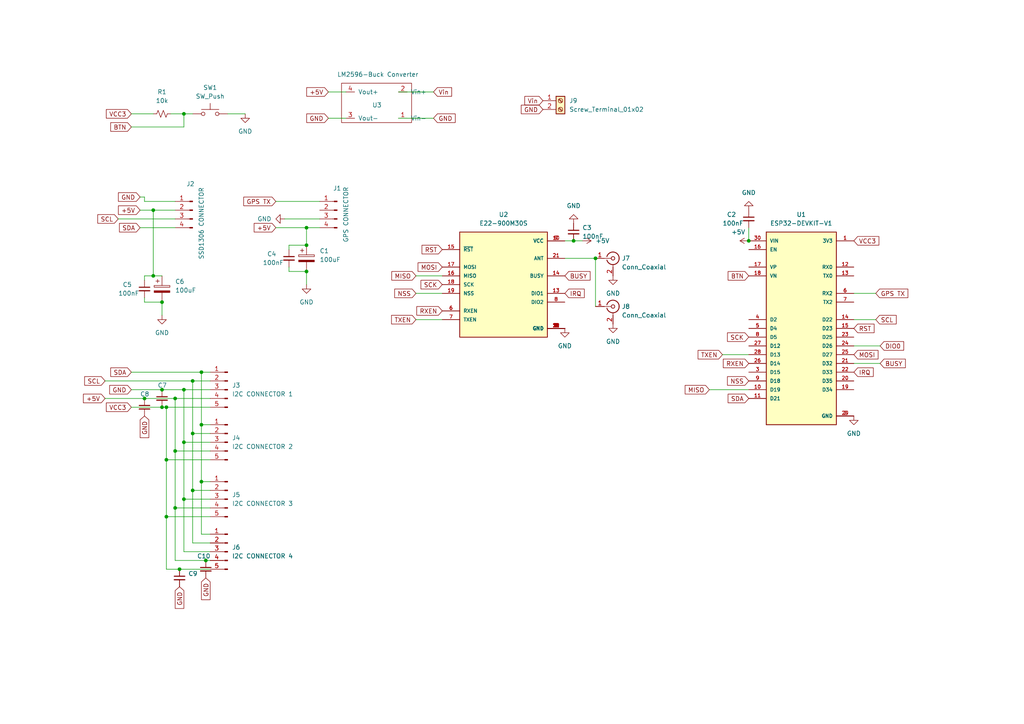
<source format=kicad_sch>
(kicad_sch (version 20230121) (generator eeschema)
  (paper "A4")
  (lib_symbols
    (symbol "Connector:Conn_01x04_Pin" (pin_names (offset 1.016) hide)
      (property "Reference" "J" (at 0 5.08 0))
      (property "Value" "Conn_01x04_Pin" (at 0 -7.62 0))
      (symbol "Conn_01x04_Pin_1_1"
        (polyline (pts (xy 1.27 -5.08) (xy 0.8636 -5.08)) (stroke (width 0.1524)))
        (polyline (pts (xy 1.27 -2.54) (xy 0.8636 -2.54)) (stroke (width 0.1524)))
        (polyline (pts (xy 1.27 0) (xy 0.8636 0)) (stroke (width 0.1524)))
        (polyline (pts (xy 1.27 2.54) (xy 0.8636 2.54)) (stroke (width 0.1524)))
        (rectangle (start 0.8636 -4.953) (end 0 -5.207) (stroke (width 0.1524)) (fill (type outline)))
        (rectangle (start 0.8636 -2.413) (end 0 -2.667) (stroke (width 0.1524)) (fill (type outline)))
        (rectangle (start 0.8636 0.127) (end 0 -0.127) (stroke (width 0.1524)) (fill (type outline)))
        (rectangle (start 0.8636 2.667) (end 0 2.413) (stroke (width 0.1524)) (fill (type outline)))
        (pin passive line (at 5.08 2.54 180) (length 3.81) (name "Pin_1") (number "1"))
        (pin passive line (at 5.08 0 180) (length 3.81) (name "Pin_2") (number "2"))
        (pin passive line (at 5.08 -2.54 180) (length 3.81) (name "Pin_3") (number "3"))
        (pin passive line (at 5.08 -5.08 180) (length 3.81) (name "Pin_4") (number "4"))
      )
    )
    (symbol "Connector:Conn_01x05_Pin" (pin_names (offset 1.016) hide)
      (property "Reference" "J" (at 0 7.62 0))
      (property "Value" "Conn_01x05_Pin" (at 0 -7.62 0))
      (symbol "Conn_01x05_Pin_1_1"
        (polyline (pts (xy 1.27 -5.08) (xy 0.8636 -5.08)) (stroke (width 0.1524)))
        (polyline (pts (xy 1.27 -2.54) (xy 0.8636 -2.54)) (stroke (width 0.1524)))
        (polyline (pts (xy 1.27 0) (xy 0.8636 0)) (stroke (width 0.1524)))
        (polyline (pts (xy 1.27 2.54) (xy 0.8636 2.54)) (stroke (width 0.1524)))
        (polyline (pts (xy 1.27 5.08) (xy 0.8636 5.08)) (stroke (width 0.1524)))
        (rectangle (start 0.8636 -4.953) (end 0 -5.207) (stroke (width 0.1524)) (fill (type outline)))
        (rectangle (start 0.8636 -2.413) (end 0 -2.667) (stroke (width 0.1524)) (fill (type outline)))
        (rectangle (start 0.8636 0.127) (end 0 -0.127) (stroke (width 0.1524)) (fill (type outline)))
        (rectangle (start 0.8636 2.667) (end 0 2.413) (stroke (width 0.1524)) (fill (type outline)))
        (rectangle (start 0.8636 5.207) (end 0 4.953) (stroke (width 0.1524)) (fill (type outline)))
        (pin passive line (at 5.08 5.08 180) (length 3.81) (name "Pin_1") (number "1"))
        (pin passive line (at 5.08 2.54 180) (length 3.81) (name "Pin_2") (number "2"))
        (pin passive line (at 5.08 0 180) (length 3.81) (name "Pin_3") (number "3"))
        (pin passive line (at 5.08 -2.54 180) (length 3.81) (name "Pin_4") (number "4"))
        (pin passive line (at 5.08 -5.08 180) (length 3.81) (name "Pin_5") (number "5"))
      )
    )
    (symbol "Connector:Conn_Coaxial" (pin_names (offset 1.016) hide)
      (property "Reference" "J" (at 0.254 3.048 0))
      (property "Value" "Conn_Coaxial" (at 2.921 0 90))
      (symbol "Conn_Coaxial_0_1"
        (arc (start -1.778 -0.508) (mid 0.2311 -1.8066) (end 1.778 0) (stroke (width 0.254)))
        (polyline (pts (xy -2.54 0) (xy -0.508 0)))
        (polyline (pts (xy 0 -2.54) (xy 0 -1.778)))
        (circle (center 0 0) (radius 0.508) (stroke (width 0.2032)))
        (arc (start 1.778 0) (mid 0.2099 1.8101) (end -1.778 0.508) (stroke (width 0.254)))
      )
      (symbol "Conn_Coaxial_1_1"
        (pin passive line (at -5.08 0 0) (length 2.54) (name "In") (number "1"))
        (pin passive line (at 0 -5.08 90) (length 2.54) (name "Ext") (number "2"))
      )
    )
    (symbol "Connector:Screw_Terminal_01x02" (pin_names (offset 1.016) hide)
      (property "Reference" "J" (at 0 2.54 0))
      (property "Value" "Screw_Terminal_01x02" (at 0 -5.08 0))
      (symbol "Screw_Terminal_01x02_1_1"
        (rectangle (start -1.27 1.27) (end 1.27 -3.81) (stroke (width 0.254)) (fill (type background)))
        (circle (center 0 -2.54) (radius 0.635) (stroke (width 0.1524)))
        (polyline (pts (xy -0.5334 -2.2098) (xy 0.3302 -3.048)) (stroke (width 0.1524)))
        (polyline (pts (xy -0.5334 0.3302) (xy 0.3302 -0.508)) (stroke (width 0.1524)))
        (polyline (pts (xy -0.3556 -2.032) (xy 0.508 -2.8702)) (stroke (width 0.1524)))
        (polyline (pts (xy -0.3556 0.508) (xy 0.508 -0.3302)) (stroke (width 0.1524)))
        (circle (center 0 0) (radius 0.635) (stroke (width 0.1524)))
        (pin passive line (at -5.08 0 0) (length 3.81) (name "Pin_1") (number "1"))
        (pin passive line (at -5.08 -2.54 0) (length 3.81) (name "Pin_2") (number "2"))
      )
    )
    (symbol "Device:C_Polarized" (pin_numbers hide) (pin_names (offset 0.254))
      (property "Reference" "C" (at 0.635 2.54 0))
      (property "Value" "C_Polarized" (at 0.635 -2.54 0))
      (symbol "C_Polarized_0_1"
        (rectangle (start -2.286 0.508) (end 2.286 1.016))
        (polyline (pts (xy -1.778 2.286) (xy -0.762 2.286)))
        (polyline (pts (xy -1.27 2.794) (xy -1.27 1.778)))
        (rectangle (start 2.286 -0.508) (end -2.286 -1.016) (fill (type outline)))
      )
      (symbol "C_Polarized_1_1"
        (pin passive line (at 0 3.81 270) (length 2.794) (name "~") (number "1"))
        (pin passive line (at 0 -3.81 90) (length 2.794) (name "~") (number "2"))
      )
    )
    (symbol "Device:C_Small" (pin_numbers hide) (pin_names (offset 0.254) hide)
      (property "Reference" "C" (at 0.254 1.778 0))
      (property "Value" "C_Small" (at 0.254 -2.032 0))
      (symbol "C_Small_0_1"
        (polyline (pts (xy -1.524 -0.508) (xy 1.524 -0.508)) (stroke (width 0.3302)))
        (polyline (pts (xy -1.524 0.508) (xy 1.524 0.508)) (stroke (width 0.3048)))
      )
      (symbol "C_Small_1_1"
        (pin passive line (at 0 2.54 270) (length 2.032) (name "~") (number "1"))
        (pin passive line (at 0 -2.54 90) (length 2.032) (name "~") (number "2"))
      )
    )
    (symbol "Device:R_Small_US" (pin_numbers hide) (pin_names (offset 0.254) hide)
      (property "Reference" "R" (at 0.762 0.508 0))
      (property "Value" "R_Small_US" (at 0.762 -1.016 0))
      (symbol "R_Small_US_1_1"
        (polyline (pts (xy 0 0) (xy 1.016 -0.381) (xy 0 -0.762) (xy -1.016 -1.143) (xy 0 -1.524)))
        (polyline (pts (xy 0 1.524) (xy 1.016 1.143) (xy 0 0.762) (xy -1.016 0.381) (xy 0 0)))
        (pin passive line (at 0 2.54 270) (length 1.016) (name "~") (number "1"))
        (pin passive line (at 0 -2.54 90) (length 1.016) (name "~") (number "2"))
      )
    )
    (symbol "E22-900M30S:E22-900M30S" (pin_names (offset 1.016))
      (property "Reference" "U" (at -12.7 16.002 0))
      (property "Value" "E22-900M30S" (at -12.7 -17.78 0))
      (symbol "E22-900M30S_0_0"
        (rectangle (start -12.7 -15.24) (end 12.7 15.24) (stroke (width 0.254)) (fill (type background)))
        (pin power_in line (at 17.78 -12.7 180) (length 5.08) (name "GND") (number "1"))
        (pin power_in line (at 17.78 12.7 180) (length 5.08) (name "VCC") (number "10"))
        (pin power_in line (at 17.78 -12.7 180) (length 5.08) (name "GND") (number "11"))
        (pin power_in line (at 17.78 -12.7 180) (length 5.08) (name "GND") (number "12"))
        (pin bidirectional line (at 17.78 -2.54 180) (length 5.08) (name "DIO1") (number "13"))
        (pin output line (at 17.78 2.54 180) (length 5.08) (name "BUSY") (number "14"))
        (pin input line (at -17.78 10.16 0) (length 5.08) (name "~{RST}") (number "15"))
        (pin output line (at -17.78 2.54 0) (length 5.08) (name "MISO") (number "16"))
        (pin input line (at -17.78 5.08 0) (length 5.08) (name "MOSI") (number "17"))
        (pin input line (at -17.78 0 0) (length 5.08) (name "SCK") (number "18"))
        (pin input line (at -17.78 -2.54 0) (length 5.08) (name "NSS") (number "19"))
        (pin power_in line (at 17.78 -12.7 180) (length 5.08) (name "GND") (number "2"))
        (pin power_in line (at 17.78 -12.7 180) (length 5.08) (name "GND") (number "20"))
        (pin output line (at 17.78 7.62 180) (length 5.08) (name "ANT") (number "21"))
        (pin power_in line (at 17.78 -12.7 180) (length 5.08) (name "GND") (number "22"))
        (pin power_in line (at 17.78 -12.7 180) (length 5.08) (name "GND") (number "3"))
        (pin power_in line (at 17.78 -12.7 180) (length 5.08) (name "GND") (number "4"))
        (pin power_in line (at 17.78 -12.7 180) (length 5.08) (name "GND") (number "5"))
        (pin input line (at -17.78 -7.62 0) (length 5.08) (name "RXEN") (number "6"))
        (pin input line (at -17.78 -10.16 0) (length 5.08) (name "TXEN") (number "7"))
        (pin bidirectional line (at 17.78 -5.08 180) (length 5.08) (name "DIO2") (number "8"))
        (pin power_in line (at 17.78 12.7 180) (length 5.08) (name "VCC") (number "9"))
      )
    )
    (symbol "ESP32-DEVKIT-V1:ESP32-DEVKIT-V1" (pin_names (offset 1.016))
      (property "Reference" "U" (at -10.16 30.48 0))
      (property "Value" "ESP32-DEVKIT-V1" (at -10.16 -30.48 0))
      (symbol "ESP32-DEVKIT-V1_0_0"
        (rectangle (start -10.16 -27.94) (end 10.16 27.94) (stroke (width 0.254)) (fill (type background)))
        (pin output line (at 15.24 25.4 180) (length 5.08) (name "3V3") (number "1"))
        (pin bidirectional line (at -15.24 -17.78 0) (length 5.08) (name "D19") (number "10"))
        (pin bidirectional line (at -15.24 -20.32 0) (length 5.08) (name "D21") (number "11"))
        (pin input line (at 15.24 17.78 180) (length 5.08) (name "RX0") (number "12"))
        (pin output line (at 15.24 15.24 180) (length 5.08) (name "TX0") (number "13"))
        (pin bidirectional line (at 15.24 2.54 180) (length 5.08) (name "D22") (number "14"))
        (pin bidirectional line (at 15.24 0 180) (length 5.08) (name "D23") (number "15"))
        (pin input line (at -15.24 22.86 0) (length 5.08) (name "EN") (number "16"))
        (pin bidirectional line (at -15.24 17.78 0) (length 5.08) (name "VP") (number "17"))
        (pin bidirectional line (at -15.24 15.24 0) (length 5.08) (name "VN") (number "18"))
        (pin bidirectional line (at 15.24 -17.78 180) (length 5.08) (name "D34") (number "19"))
        (pin power_in line (at 15.24 -25.4 180) (length 5.08) (name "GND") (number "2"))
        (pin bidirectional line (at 15.24 -15.24 180) (length 5.08) (name "D35") (number "20"))
        (pin bidirectional line (at 15.24 -10.16 180) (length 5.08) (name "D32") (number "21"))
        (pin bidirectional line (at 15.24 -12.7 180) (length 5.08) (name "D33") (number "22"))
        (pin bidirectional line (at 15.24 -2.54 180) (length 5.08) (name "D25") (number "23"))
        (pin bidirectional line (at 15.24 -5.08 180) (length 5.08) (name "D26") (number "24"))
        (pin bidirectional line (at 15.24 -7.62 180) (length 5.08) (name "D27") (number "25"))
        (pin bidirectional line (at -15.24 -10.16 0) (length 5.08) (name "D14") (number "26"))
        (pin bidirectional line (at -15.24 -5.08 0) (length 5.08) (name "D12") (number "27"))
        (pin bidirectional line (at -15.24 -7.62 0) (length 5.08) (name "D13") (number "28"))
        (pin power_in line (at 15.24 -25.4 180) (length 5.08) (name "GND") (number "29"))
        (pin bidirectional line (at -15.24 -12.7 0) (length 5.08) (name "D15") (number "3"))
        (pin input line (at -15.24 25.4 0) (length 5.08) (name "VIN") (number "30"))
        (pin bidirectional line (at -15.24 2.54 0) (length 5.08) (name "D2") (number "4"))
        (pin bidirectional line (at -15.24 0 0) (length 5.08) (name "D4") (number "5"))
        (pin input line (at 15.24 10.16 180) (length 5.08) (name "RX2") (number "6"))
        (pin output line (at 15.24 7.62 180) (length 5.08) (name "TX2") (number "7"))
        (pin bidirectional line (at -15.24 -2.54 0) (length 5.08) (name "D5") (number "8"))
        (pin bidirectional line (at -15.24 -15.24 0) (length 5.08) (name "D18") (number "9"))
      )
    )
    (symbol "Switch:SW_Push" (pin_numbers hide) (pin_names (offset 1.016) hide)
      (property "Reference" "SW" (at 1.27 2.54 0))
      (property "Value" "SW_Push" (at 0 -1.524 0))
      (symbol "SW_Push_0_1"
        (circle (center -2.032 0) (radius 0.508))
        (polyline (pts (xy 0 1.27) (xy 0 3.048)))
        (polyline (pts (xy 2.54 1.27) (xy -2.54 1.27)))
        (circle (center 2.032 0) (radius 0.508))
        (pin passive line (at -5.08 0 0) (length 2.54) (name "1") (number "1"))
        (pin passive line (at 5.08 0 180) (length 2.54) (name "2") (number "2"))
      )
    )
    (symbol "kokatrollwifi-rescue:LM2596-Custom_Library_1" (pin_names (offset 1.016))
      (property "Reference" "U" (at 0 0 0))
      (property "Value" "LM2596-Custom_Library_1" (at 0 0 0))
      (symbol "LM2596-Custom_Library_1_0_1"
        (rectangle (start -8.89 6.35) (end 11.43 -5.08))
      )
      (symbol "LM2596-Custom_Library_1_1_1"
        (pin power_in line (at 7.62 -3.81 0) (length 2.54) (name "Vin-") (number "1"))
        (pin power_in line (at 7.62 3.81 0) (length 2.54) (name "Vin+") (number "2"))
        (pin power_out line (at -7.62 -3.81 0) (length 2.54) (name "Vout-") (number "3"))
        (pin power_out line (at -7.62 3.81 0) (length 2.54) (name "Vout+") (number "4"))
      )
    )
    (symbol "power:+5V" (power) (pin_names (offset 0))
      (property "Value" "+5V" (at 0 3.556 0))
      (symbol "+5V_0_1"
        (polyline (pts (xy -0.762 1.27) (xy 0 2.54)))
        (polyline (pts (xy 0 0) (xy 0 2.54)))
        (polyline (pts (xy 0 2.54) (xy 0.762 1.27)))
      )
      (symbol "+5V_1_1"
        (pin power_in line (at 0 0 90) (length 0) hide (name "+5V") (number "1"))
      )
    )
    (symbol "power:GND" (power) (pin_names (offset 0))
      (property "Value" "GND" (at 0 -3.81 0))
      (symbol "GND_0_1"
        (polyline (pts (xy 0 0) (xy 0 -1.27) (xy 1.27 -1.27) (xy 0 -2.54) (xy -1.27 -1.27) (xy 0 -1.27)))
      )
      (symbol "GND_1_1"
        (pin power_in line (at 0 0 270) (length 0) hide (name "GND") (number "1"))
      )
    )
  )
  (junction (at 58.42 123.19))
  (junction (at 166.37 69.85))
  (junction (at 44.45 80.01))
  (junction (at 46.99 87.63))
  (junction (at 50.8 130.81))
  (junction (at 53.34 144.78))
  (junction (at 59.69 162.56))
  (junction (at 172.72 74.93))
  (junction (at 88.9 78.74))
  (junction (at 55.88 142.24))
  (junction (at 44.45 60.96))
  (junction (at 50.8 147.32))
  (junction (at 46.99 113.03))
  (junction (at 88.9 66.04))
  (junction (at 53.34 113.03))
  (junction (at 55.88 125.73))
  (junction (at 217.17 69.85))
  (junction (at 48.26 133.35))
  (junction (at 58.42 107.95))
  (junction (at 58.42 139.7))
  (junction (at 50.8 115.57))
  (junction (at 55.88 110.49))
  (junction (at 48.26 118.11))
  (junction (at 53.34 128.27))
  (junction (at 46.99 118.11))
  (junction (at 88.9 71.12))
  (junction (at 52.07 165.1))
  (junction (at 48.26 149.86))
  (junction (at 53.34 33.02))
  (junction (at 41.91 115.57))
  (wire (pts (xy 46.99 113.03) (xy 53.34 113.03)))
  (wire (pts (xy 50.8 115.57) (xy 60.96 115.57)))
  (wire (pts (xy 80.01 58.42) (xy 92.71 58.42)))
  (wire (pts (xy 88.9 78.74) (xy 88.9 82.55)))
  (wire (pts (xy 58.42 107.95) (xy 58.42 123.19)))
  (wire (pts (xy 217.17 66.04) (xy 217.17 69.85)))
  (wire (pts (xy 49.53 33.02) (xy 53.34 33.02)))
  (wire (pts (xy 38.1 36.83) (xy 53.34 36.83)))
  (wire (pts (xy 115.57 34.29) (xy 125.73 34.29)))
  (wire (pts (xy 44.45 60.96) (xy 50.8 60.96)))
  (wire (pts (xy 83.82 72.39) (xy 83.82 71.12)))
  (wire (pts (xy 38.1 33.02) (xy 44.45 33.02)))
  (wire (pts (xy 48.26 165.1) (xy 52.07 165.1)))
  (wire (pts (xy 40.64 66.04) (xy 50.8 66.04)))
  (wire (pts (xy 53.34 33.02) (xy 55.88 33.02)))
  (wire (pts (xy 58.42 139.7) (xy 60.96 139.7)))
  (wire (pts (xy 46.99 118.11) (xy 48.26 118.11)))
  (wire (pts (xy 41.91 86.36) (xy 41.91 87.63)))
  (wire (pts (xy 95.25 34.29) (xy 100.33 34.29)))
  (wire (pts (xy 41.91 81.28) (xy 41.91 80.01)))
  (wire (pts (xy 48.26 133.35) (xy 48.26 149.86)))
  (wire (pts (xy 52.07 165.1) (xy 60.96 165.1)))
  (wire (pts (xy 48.26 133.35) (xy 60.96 133.35)))
  (wire (pts (xy 30.48 115.57) (xy 41.91 115.57)))
  (wire (pts (xy 58.42 123.19) (xy 60.96 123.19)))
  (wire (pts (xy 46.99 87.63) (xy 46.99 91.44)))
  (wire (pts (xy 163.83 74.93) (xy 172.72 74.93)))
  (wire (pts (xy 172.72 74.93) (xy 172.72 88.9)))
  (wire (pts (xy 205.74 113.03) (xy 217.17 113.03)))
  (wire (pts (xy 166.37 69.85) (xy 163.83 69.85)))
  (wire (pts (xy 115.57 26.67) (xy 125.73 26.67)))
  (wire (pts (xy 88.9 66.04) (xy 92.71 66.04)))
  (wire (pts (xy 50.8 162.56) (xy 59.69 162.56)))
  (wire (pts (xy 53.34 144.78) (xy 53.34 160.02)))
  (wire (pts (xy 83.82 71.12) (xy 88.9 71.12)))
  (wire (pts (xy 50.8 147.32) (xy 50.8 162.56)))
  (wire (pts (xy 58.42 107.95) (xy 60.96 107.95)))
  (wire (pts (xy 41.91 57.15) (xy 40.64 57.15)))
  (wire (pts (xy 255.27 105.41) (xy 247.65 105.41)))
  (wire (pts (xy 55.88 110.49) (xy 60.96 110.49)))
  (wire (pts (xy 48.26 118.11) (xy 48.26 133.35)))
  (wire (pts (xy 53.34 128.27) (xy 53.34 144.78)))
  (wire (pts (xy 55.88 125.73) (xy 60.96 125.73)))
  (wire (pts (xy 209.55 102.87) (xy 217.17 102.87)))
  (wire (pts (xy 44.45 60.96) (xy 44.45 80.01)))
  (wire (pts (xy 120.65 85.09) (xy 128.27 85.09)))
  (wire (pts (xy 50.8 147.32) (xy 60.96 147.32)))
  (wire (pts (xy 38.1 118.11) (xy 46.99 118.11)))
  (wire (pts (xy 48.26 118.11) (xy 60.96 118.11)))
  (wire (pts (xy 55.88 125.73) (xy 55.88 142.24)))
  (wire (pts (xy 58.42 154.94) (xy 60.96 154.94)))
  (wire (pts (xy 95.25 26.67) (xy 100.33 26.67)))
  (wire (pts (xy 168.91 69.85) (xy 166.37 69.85)))
  (wire (pts (xy 38.1 113.03) (xy 46.99 113.03)))
  (wire (pts (xy 59.69 162.56) (xy 60.96 162.56)))
  (wire (pts (xy 88.9 66.04) (xy 88.9 71.12)))
  (wire (pts (xy 38.1 107.95) (xy 58.42 107.95)))
  (wire (pts (xy 66.04 33.02) (xy 71.12 33.02)))
  (wire (pts (xy 34.29 63.5) (xy 50.8 63.5)))
  (wire (pts (xy 83.82 77.47) (xy 83.82 78.74)))
  (wire (pts (xy 48.26 149.86) (xy 48.26 165.1)))
  (wire (pts (xy 41.91 115.57) (xy 50.8 115.57)))
  (wire (pts (xy 53.34 160.02) (xy 60.96 160.02)))
  (wire (pts (xy 53.34 144.78) (xy 60.96 144.78)))
  (wire (pts (xy 120.65 80.01) (xy 128.27 80.01)))
  (wire (pts (xy 58.42 123.19) (xy 58.42 139.7)))
  (wire (pts (xy 55.88 142.24) (xy 55.88 157.48)))
  (wire (pts (xy 58.42 139.7) (xy 58.42 154.94)))
  (wire (pts (xy 41.91 58.42) (xy 41.91 57.15)))
  (wire (pts (xy 82.55 63.5) (xy 92.71 63.5)))
  (wire (pts (xy 255.27 100.33) (xy 247.65 100.33)))
  (wire (pts (xy 30.48 110.49) (xy 55.88 110.49)))
  (wire (pts (xy 50.8 58.42) (xy 41.91 58.42)))
  (wire (pts (xy 40.64 60.96) (xy 44.45 60.96)))
  (wire (pts (xy 83.82 78.74) (xy 88.9 78.74)))
  (wire (pts (xy 44.45 80.01) (xy 46.99 80.01)))
  (wire (pts (xy 55.88 142.24) (xy 60.96 142.24)))
  (wire (pts (xy 53.34 128.27) (xy 60.96 128.27)))
  (wire (pts (xy 80.01 66.04) (xy 88.9 66.04)))
  (wire (pts (xy 247.65 85.09) (xy 254 85.09)))
  (wire (pts (xy 48.26 149.86) (xy 60.96 149.86)))
  (wire (pts (xy 53.34 36.83) (xy 53.34 33.02)))
  (wire (pts (xy 41.91 80.01) (xy 44.45 80.01)))
  (wire (pts (xy 55.88 157.48) (xy 60.96 157.48)))
  (wire (pts (xy 50.8 115.57) (xy 50.8 130.81)))
  (wire (pts (xy 53.34 113.03) (xy 53.34 128.27)))
  (wire (pts (xy 41.91 87.63) (xy 46.99 87.63)))
  (wire (pts (xy 50.8 130.81) (xy 60.96 130.81)))
  (wire (pts (xy 120.65 92.71) (xy 128.27 92.71)))
  (wire (pts (xy 50.8 130.81) (xy 50.8 147.32)))
  (wire (pts (xy 55.88 110.49) (xy 55.88 125.73)))
  (wire (pts (xy 247.65 92.71) (xy 254 92.71)))
  (wire (pts (xy 53.34 113.03) (xy 60.96 113.03)))
  (global_label "MISO" (shape input) (at 120.65 80.01 180) (property "Intersheetrefs" "${INTERSHEET_REFS}" (effects hide)))
  (global_label "BTN" (shape input) (at 217.17 80.01 180) (property "Intersheetrefs" "${INTERSHEET_REFS}" (effects hide)))
  (global_label "MISO" (shape input) (at 205.74 113.03 180) (property "Intersheetrefs" "${INTERSHEET_REFS}" (effects hide)))
  (global_label "GND" (shape input) (at 38.1 113.03 180) (property "Intersheetrefs" "${INTERSHEET_REFS}" (effects hide)))
  (global_label "+5V" (shape input) (at 40.64 60.96 180) (property "Intersheetrefs" "${INTERSHEET_REFS}" (effects hide)))
  (global_label "TXEN" (shape input) (at 120.65 92.71 180) (property "Intersheetrefs" "${INTERSHEET_REFS}" (effects hide)))
  (global_label "MOSI" (shape input) (at 247.65 102.87 0) (property "Intersheetrefs" "${INTERSHEET_REFS}" (effects hide)))
  (global_label "BTN" (shape input) (at 38.1 36.83 180) (property "Intersheetrefs" "${INTERSHEET_REFS}" (effects hide)))
  (global_label "GPS TX" (shape input) (at 254 85.09 0) (property "Intersheetrefs" "${INTERSHEET_REFS}" (effects hide)))
  (global_label "NSS" (shape input) (at 217.17 110.49 180) (property "Intersheetrefs" "${INTERSHEET_REFS}" (effects hide)))
  (global_label "Vin" (shape input) (at 125.73 26.67 0) (property "Intersheetrefs" "${INTERSHEET_REFS}" (effects hide)))
  (global_label "SCL" (shape input) (at 30.48 110.49 180) (property "Intersheetrefs" "${INTERSHEET_REFS}" (effects hide)))
  (global_label "RST" (shape input) (at 247.65 95.25 0) (property "Intersheetrefs" "${INTERSHEET_REFS}" (effects hide)))
  (global_label "DIO0" (shape input) (at 255.27 100.33 0) (property "Intersheetrefs" "${INTERSHEET_REFS}" (effects hide)))
  (global_label "IRQ" (shape input) (at 247.65 107.95 0) (property "Intersheetrefs" "${INTERSHEET_REFS}" (effects hide)))
  (global_label "TXEN" (shape input) (at 209.55 102.87 180) (property "Intersheetrefs" "${INTERSHEET_REFS}" (effects hide)))
  (global_label "SDA" (shape input) (at 40.64 66.04 180) (property "Intersheetrefs" "${INTERSHEET_REFS}" (effects hide)))
  (global_label "GND" (shape input) (at 59.69 167.64 270) (property "Intersheetrefs" "${INTERSHEET_REFS}" (effects hide)))
  (global_label "Vin" (shape input) (at 157.48 29.21 180) (property "Intersheetrefs" "${INTERSHEET_REFS}" (effects hide)))
  (global_label "VCC3" (shape input) (at 247.65 69.85 0) (property "Intersheetrefs" "${INTERSHEET_REFS}" (effects hide)))
  (global_label "+5V" (shape input) (at 80.01 66.04 180) (property "Intersheetrefs" "${INTERSHEET_REFS}" (effects hide)))
  (global_label "GPS TX" (shape input) (at 80.01 58.42 180) (property "Intersheetrefs" "${INTERSHEET_REFS}" (effects hide)))
  (global_label "VCC3" (shape input) (at 38.1 33.02 180) (property "Intersheetrefs" "${INTERSHEET_REFS}" (effects hide)))
  (global_label "SCK" (shape input) (at 128.27 82.55 180) (property "Intersheetrefs" "${INTERSHEET_REFS}" (effects hide)))
  (global_label "SDA" (shape input) (at 217.17 115.57 180) (property "Intersheetrefs" "${INTERSHEET_REFS}" (effects hide)))
  (global_label "SCK" (shape input) (at 217.17 97.79 180) (property "Intersheetrefs" "${INTERSHEET_REFS}" (effects hide)))
  (global_label "SCL" (shape input) (at 254 92.71 0) (property "Intersheetrefs" "${INTERSHEET_REFS}" (effects hide)))
  (global_label "RXEN" (shape input) (at 128.27 90.17 180) (property "Intersheetrefs" "${INTERSHEET_REFS}" (effects hide)))
  (global_label "GND" (shape input) (at 157.48 31.75 180) (property "Intersheetrefs" "${INTERSHEET_REFS}" (effects hide)))
  (global_label "BUSY" (shape input) (at 255.27 105.41 0) (property "Intersheetrefs" "${INTERSHEET_REFS}" (effects hide)))
  (global_label "GND" (shape input) (at 40.64 57.15 180) (property "Intersheetrefs" "${INTERSHEET_REFS}" (effects hide)))
  (global_label "RST" (shape input) (at 128.27 72.39 180) (property "Intersheetrefs" "${INTERSHEET_REFS}" (effects hide)))
  (global_label "SCL" (shape input) (at 34.29 63.5 180) (property "Intersheetrefs" "${INTERSHEET_REFS}" (effects hide)))
  (global_label "IRQ" (shape input) (at 163.83 85.09 0) (property "Intersheetrefs" "${INTERSHEET_REFS}" (effects hide)))
  (global_label "+5V" (shape input) (at 30.48 115.57 180) (property "Intersheetrefs" "${INTERSHEET_REFS}" (effects hide)))
  (global_label "GND" (shape input) (at 95.25 34.29 180) (property "Intersheetrefs" "${INTERSHEET_REFS}" (effects hide)))
  (global_label "BUSY" (shape input) (at 163.83 80.01 0) (property "Intersheetrefs" "${INTERSHEET_REFS}" (effects hide)))
  (global_label "VCC3" (shape input) (at 38.1 118.11 180) (property "Intersheetrefs" "${INTERSHEET_REFS}" (effects hide)))
  (global_label "NSS" (shape input) (at 120.65 85.09 180) (property "Intersheetrefs" "${INTERSHEET_REFS}" (effects hide)))
  (global_label "+5V" (shape input) (at 95.25 26.67 180) (property "Intersheetrefs" "${INTERSHEET_REFS}" (effects hide)))
  (global_label "GND" (shape input) (at 41.91 120.65 270) (property "Intersheetrefs" "${INTERSHEET_REFS}" (effects hide)))
  (global_label "SDA" (shape input) (at 38.1 107.95 180) (property "Intersheetrefs" "${INTERSHEET_REFS}" (effects hide)))
  (global_label "GND" (shape input) (at 125.73 34.29 0) (property "Intersheetrefs" "${INTERSHEET_REFS}" (effects hide)))
  (global_label "MOSI" (shape input) (at 128.27 77.47 180) (property "Intersheetrefs" "${INTERSHEET_REFS}" (effects hide)))
  (global_label "RXEN" (shape input) (at 217.17 105.41 180) (property "Intersheetrefs" "${INTERSHEET_REFS}" (effects hide)))
  (global_label "GND" (shape input) (at 52.07 170.18 270) (property "Intersheetrefs" "${INTERSHEET_REFS}" (effects hide)))
  (symbol (lib_id "Connector:Conn_01x05_Pin") (at 66.04 128.27 0) (mirror y) (unit 1)
    (property "Reference" "J4" (at 67.31 127 0) (effects (justify right)))
    (property "Value" "I2C CONNECTOR 2" (at 67.31 129.54 0) (effects (justify right)))
    (property "Footprint" "Connector_PinHeader_2.54mm:PinHeader_1x05_P2.54mm_Vertical" (effects hide))
  )
  (symbol (lib_id "Connector:Conn_01x04_Pin") (at 97.79 60.96 0) (mirror y) (unit 1)
    (property "Reference" "J1" (at 97.79 54.61 0))
    (property "Value" "GPS CONNECTOR" (at 100.33 62.23 90))
    (property "Footprint" "Connector_PinHeader_2.54mm:PinHeader_1x04_P2.54mm_Vertical" (effects hide))
  )
  (symbol (lib_id "Device:C_Small") (at 59.69 165.1 0) (unit 1)
    (property "Reference" "C10" (at 57.15 161.29 0) (effects (justify left)))
    (property "Value" "C_Small" (effects hide))
    (property "Footprint" "Resistor_SMD:R_1206_3216Metric_Pad1.30x1.75mm_HandSolder" (effects hide))
  )
  (symbol (lib_id "power:+5V") (at 168.91 69.85 270) (unit 1)
    (property "Reference" "#PWR02" (effects hide))
    (property "Value" "+5V" (at 172.72 69.85 90) (effects (justify left)))
  )
  (symbol (lib_id "Device:R_Small_US") (at 46.99 33.02 270) (unit 1)
    (property "Reference" "R1" (at 46.99 26.67 90))
    (property "Value" "10k" (at 46.99 29.21 90))
    (property "Footprint" "Resistor_SMD:R_1206_3216Metric_Pad1.30x1.75mm_HandSolder" (effects hide))
  )
  (symbol (lib_id "Connector:Conn_01x05_Pin") (at 66.04 144.78 0) (mirror y) (unit 1)
    (property "Reference" "J5" (at 67.31 143.51 0) (effects (justify right)))
    (property "Value" "I2C CONNECTOR 3" (at 67.31 146.05 0) (effects (justify right)))
    (property "Footprint" "Connector_PinHeader_2.54mm:PinHeader_1x05_P2.54mm_Vertical" (effects hide))
  )
  (symbol (lib_id "Device:C_Small") (at 217.17 63.5 0) (unit 1)
    (property "Reference" "C2" (at 210.82 62.23 0) (effects (justify left)))
    (property "Value" "100nF" (at 209.55 64.77 0) (effects (justify left)))
    (property "Footprint" "Resistor_SMD:R_1206_3216Metric_Pad1.30x1.75mm_HandSolder" (effects hide))
  )
  (symbol (lib_id "power:+5V") (at 217.17 69.85 90) (unit 1)
    (property "Reference" "#PWR04" (effects hide))
    (property "Value" "+5V" (at 212.09 67.31 90) (effects (justify right)))
  )
  (symbol (lib_id "Connector:Conn_01x05_Pin") (at 66.04 113.03 0) (mirror y) (unit 1)
    (property "Reference" "J3" (at 67.31 111.76 0) (effects (justify right)))
    (property "Value" "I2C CONNECTOR 1" (at 67.31 114.3 0) (effects (justify right)))
    (property "Footprint" "Connector_PinHeader_2.54mm:PinHeader_1x05_P2.54mm_Vertical" (effects hide))
  )
  (symbol (lib_id "Device:C_Polarized") (at 46.99 83.82 0) (unit 1)
    (property "Reference" "C6" (at 50.8 81.661 0) (effects (justify left)))
    (property "Value" "100uF" (at 50.8 84.201 0) (effects (justify left)))
    (property "Footprint" "Capacitor_SMD:CP_Elec_6.3x7.7" (effects hide))
  )
  (symbol (lib_id "Connector:Conn_01x05_Pin") (at 66.04 160.02 0) (mirror y) (unit 1)
    (property "Reference" "J6" (at 67.31 158.75 0) (effects (justify right)))
    (property "Value" "I2C CONNECTOR 4" (at 67.31 161.29 0) (effects (justify right)))
    (property "Footprint" "Connector_PinHeader_2.54mm:PinHeader_1x05_P2.54mm_Vertical" (effects hide))
  )
  (symbol (lib_id "power:GND") (at 163.83 95.25 0) (unit 1)
    (property "Reference" "#PWR01" (effects hide))
    (property "Value" "GND" (at 163.83 100.33 0))
  )
  (symbol (lib_id "power:GND") (at 177.8 93.98 0) (unit 1)
    (property "Reference" "#PWR013" (effects hide))
    (property "Value" "GND" (at 177.8 99.06 0))
  )
  (symbol (lib_id "power:GND") (at 217.17 60.96 0) (mirror x) (unit 1)
    (property "Reference" "#PWR06" (effects hide))
    (property "Value" "GND" (at 217.17 55.88 0))
  )
  (symbol (lib_id "kokatrollwifi-rescue:LM2596-Custom_Library_1") (at 107.95 30.48 0) (unit 1)
    (property "Reference" "U3" (at 107.95 30.48 0) (effects (justify left)))
    (property "Value" "LM2596-Buck Converter" (at 97.79 21.59 0) (effects (justify left)))
    (property "Footprint" "kokatrollwifi-backups:LM2596_HW_411" (effects hide))
  )
  (symbol (lib_id "power:GND") (at 88.9 82.55 0) (unit 1)
    (property "Reference" "#PWR08" (effects hide))
    (property "Value" "GND" (at 88.9 87.63 0))
  )
  (symbol (lib_id "power:GND") (at 247.65 120.65 0) (unit 1)
    (property "Reference" "#PWR05" (effects hide))
    (property "Value" "GND" (at 247.65 125.73 0))
  )
  (symbol (lib_id "ESP32-DEVKIT-V1:ESP32-DEVKIT-V1") (at 232.41 95.25 0) (unit 1)
    (property "Reference" "U1" (at 232.41 62.23 0))
    (property "Value" "ESP32-DEVKIT-V1" (at 232.41 64.77 0))
    (property "Footprint" "ESP32-DEVKIT-V1:MODULE_ESP32_DEVKIT_V1" (effects hide))
    (property "MF" "Do it" (effects hide))
    (property "MAXIMUM_PACKAGE_HEIGHT" "6.8 mm" (effects hide))
    (property "Package" "None" (effects hide))
    (property "Price" "None" (effects hide))
    (property "Check_prices" "https://www.snapeda.com/parts/ESP32-DEVKIT-V1/Do+it/view-part/?ref=eda" (effects hide))
    (property "STANDARD" "Manufacturer Recommendations" (effects hide))
    (property "PARTREV" "N/A" (effects hide))
    (property "SnapEDA_Link" "https://www.snapeda.com/parts/ESP32-DEVKIT-V1/Do+it/view-part/?ref=snap" (effects hide))
    (property "MP" "ESP32-DEVKIT-V1" (effects hide))
    (property "Description" "\nDual core, Wi-Fi: 2.4 GHz up to 150 Mbits/s,BLE (Bluetooth Low Energy) and legacy Bluetooth, 32 bits, Up to 240 MHz\n" (effects hide))
    (property "Availability" "Not in stock" (effects hide))
    (property "MANUFACTURER" "DOIT" (effects hide))
  )
  (symbol (lib_id "Device:C_Small") (at 46.99 115.57 0) (unit 1)
    (property "Reference" "C7" (at 45.72 111.76 0) (effects (justify left)))
    (property "Value" "C_Small" (effects hide))
    (property "Footprint" "Resistor_SMD:R_1206_3216Metric_Pad1.30x1.75mm_HandSolder" (effects hide))
  )
  (symbol (lib_id "power:GND") (at 177.8 80.01 0) (unit 1)
    (property "Reference" "#PWR012" (effects hide))
    (property "Value" "GND" (at 177.8 85.09 0))
  )
  (symbol (lib_id "Device:C_Polarized") (at 88.9 74.93 0) (unit 1)
    (property "Reference" "C1" (at 92.71 72.771 0) (effects (justify left)))
    (property "Value" "100uF" (at 92.71 75.311 0) (effects (justify left)))
    (property "Footprint" "Capacitor_SMD:CP_Elec_6.3x7.7" (effects hide))
  )
  (symbol (lib_id "Device:C_Small") (at 41.91 83.82 0) (unit 1)
    (property "Reference" "C5" (at 35.56 82.55 0) (effects (justify left)))
    (property "Value" "100nF" (at 34.29 85.09 0) (effects (justify left)))
    (property "Footprint" "Resistor_SMD:R_1206_3216Metric_Pad1.30x1.75mm_HandSolder" (effects hide))
  )
  (symbol (lib_id "Connector:Screw_Terminal_01x02") (at 162.56 29.21 0) (unit 1)
    (property "Reference" "J9" (at 165.1 29.21 0) (effects (justify left)))
    (property "Value" "Screw_Terminal_01x02" (at 165.1 31.75 0) (effects (justify left)))
    (property "Footprint" "TerminalBlock:TerminalBlock_bornier-2_P5.08mm" (effects hide))
  )
  (symbol (lib_id "power:GND") (at 166.37 64.77 0) (mirror x) (unit 1)
    (property "Reference" "#PWR03" (effects hide))
    (property "Value" "GND" (at 166.37 59.69 0))
  )
  (symbol (lib_id "Connector:Conn_01x04_Pin") (at 55.88 60.96 0) (mirror y) (unit 1)
    (property "Reference" "J2" (at 55.245 53.34 0))
    (property "Value" "SSD1306 CONNECTOR" (at 58.42 64.77 90))
    (property "Footprint" "Connector_PinHeader_2.54mm:PinHeader_1x04_P2.54mm_Vertical" (effects hide))
  )
  (symbol (lib_id "Connector:Conn_Coaxial") (at 177.8 88.9 0) (unit 1)
    (property "Reference" "J8" (at 180.34 88.9 0) (effects (justify left)))
    (property "Value" "Conn_Coaxial" (at 180.34 91.44 0) (effects (justify left)))
    (property "Footprint" "Connector_Coaxial:SMA_Samtec_SMA-J-P-X-ST-EM1_EdgeMount" (effects hide))
    (property "Datasheet" " ~" (effects hide))
  )
  (symbol (lib_id "Device:C_Small") (at 41.91 118.11 0) (unit 1)
    (property "Reference" "C8" (at 40.64 114.3 0) (effects (justify left)))
    (property "Value" "C_Small" (effects hide))
    (property "Footprint" "Resistor_SMD:R_1206_3216Metric_Pad1.30x1.75mm_HandSolder" (effects hide))
  )
  (symbol (lib_id "Device:C_Small") (at 83.82 74.93 0) (unit 1)
    (property "Reference" "C4" (at 77.47 73.66 0) (effects (justify left)))
    (property "Value" "100nF" (at 76.2 76.2 0) (effects (justify left)))
    (property "Footprint" "Resistor_SMD:R_1206_3216Metric_Pad1.30x1.75mm_HandSolder" (effects hide))
  )
  (symbol (lib_id "power:GND") (at 46.99 91.44 0) (unit 1)
    (property "Reference" "#PWR011" (effects hide))
    (property "Value" "GND" (at 46.99 96.52 0))
  )
  (symbol (lib_id "Connector:Conn_Coaxial") (at 177.8 74.93 0) (unit 1)
    (property "Reference" "J7" (at 180.34 74.93 0) (effects (justify left)))
    (property "Value" "Conn_Coaxial" (at 180.34 77.47 0) (effects (justify left)))
    (property "Footprint" "Connector_Coaxial:SMA_Amphenol_901-144_Vertical" (effects hide))
    (property "Datasheet" " ~" (effects hide))
  )
  (symbol (lib_id "power:GND") (at 82.55 63.5 270) (unit 1)
    (property "Reference" "#PWR09" (effects hide))
    (property "Value" "GND" (at 78.74 63.5 90) (effects (justify right)))
  )
  (symbol (lib_id "Device:C_Small") (at 166.37 67.31 0) (unit 1)
    (property "Reference" "C3" (at 168.91 66.0463 0) (effects (justify left)))
    (property "Value" "100nF" (at 168.91 68.5863 0) (effects (justify left)))
    (property "Footprint" "Resistor_SMD:R_1206_3216Metric_Pad1.30x1.75mm_HandSolder" (effects hide))
  )
  (symbol (lib_id "Device:C_Small") (at 52.07 167.64 0) (unit 1)
    (property "Reference" "C9" (at 54.61 166.3763 0) (effects (justify left)))
    (property "Value" "C_Small" (effects hide))
    (property "Footprint" "Resistor_SMD:R_1206_3216Metric_Pad1.30x1.75mm_HandSolder" (effects hide))
  )
  (symbol (lib_id "E22-900M30S:E22-900M30S") (at 146.05 82.55 0) (unit 1)
    (property "Reference" "U2" (at 146.05 62.23 0))
    (property "Value" "E22-900M30S" (at 146.05 64.77 0))
    (property "Footprint" "E22-900M30S:XCVR_E22-900M30S" (effects hide))
    (property "MF" "EBYTE" (effects hide))
    (property "MAXIMUM_PACKAGE_HEIGHT" "3.97 mm" (effects hide))
    (property "Package" "Package" (effects hide))
    (property "Price" "None" (effects hide))
    (property "Check_prices" "https://www.snapeda.com/parts/E22-900M30S/EBYTE/view-part/?ref=eda" (effects hide))
    (property "STANDARD" "Manufacturer Recommendations" (effects hide))
    (property "PARTREV" "1.2" (effects hide))
    (property "SnapEDA_Link" "https://www.snapeda.com/parts/E22-900M30S/EBYTE/view-part/?ref=snap" (effects hide))
    (property "MP" "E22-900M30S" (effects hide))
    (property "Description" "\nSX1262 868/915 MHz 1w SPI LoRa Module\n" (effects hide))
    (property "Availability" "Not in stock" (effects hide))
    (property "MANUFACTURER" "EBYTE" (effects hide))
  )
  (symbol (lib_id "power:GND") (at 71.12 33.02 0) (unit 1)
    (property "Reference" "#PWR07" (effects hide))
    (property "Value" "GND" (at 71.12 38.1 0))
  )
  (symbol (lib_id "Switch:SW_Push") (at 60.96 33.02 0) (unit 1)
    (property "Reference" "SW1" (at 60.96 25.4 0))
    (property "Value" "SW_Push" (at 60.96 27.94 0))
    (property "Footprint" "Button_Switch_THT:SW_PUSH_6mm" (effects hide))
  )
)
</source>
